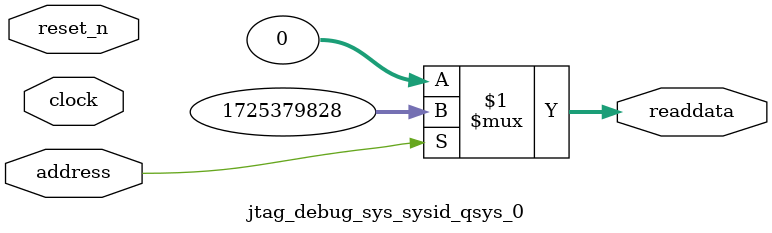
<source format=v>



// synthesis translate_off
`timescale 1ns / 1ps
// synthesis translate_on

// turn off superfluous verilog processor warnings 
// altera message_level Level1 
// altera message_off 10034 10035 10036 10037 10230 10240 10030 

module jtag_debug_sys_sysid_qsys_0 (
               // inputs:
                address,
                clock,
                reset_n,

               // outputs:
                readdata
             )
;

  output  [ 31: 0] readdata;
  input            address;
  input            clock;
  input            reset_n;

  wire    [ 31: 0] readdata;
  //control_slave, which is an e_avalon_slave
  assign readdata = address ? 1725379828 : 0;

endmodule



</source>
